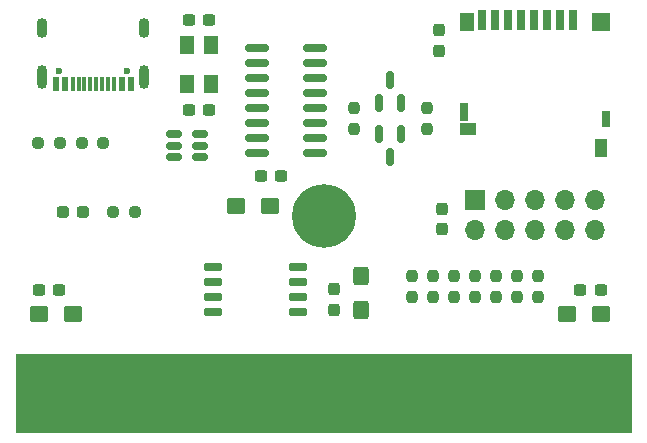
<source format=gbs>
%TF.GenerationSoftware,KiCad,Pcbnew,(6.0.7)*%
%TF.CreationDate,2023-03-31T21:15:27+02:00*%
%TF.ProjectId,airboy_cartridge,61697262-6f79-45f6-9361-727472696467,rev?*%
%TF.SameCoordinates,Original*%
%TF.FileFunction,Soldermask,Bot*%
%TF.FilePolarity,Negative*%
%FSLAX46Y46*%
G04 Gerber Fmt 4.6, Leading zero omitted, Abs format (unit mm)*
G04 Created by KiCad (PCBNEW (6.0.7)) date 2023-03-31 21:15:27*
%MOMM*%
%LPD*%
G01*
G04 APERTURE LIST*
G04 Aperture macros list*
%AMRoundRect*
0 Rectangle with rounded corners*
0 $1 Rounding radius*
0 $2 $3 $4 $5 $6 $7 $8 $9 X,Y pos of 4 corners*
0 Add a 4 corners polygon primitive as box body*
4,1,4,$2,$3,$4,$5,$6,$7,$8,$9,$2,$3,0*
0 Add four circle primitives for the rounded corners*
1,1,$1+$1,$2,$3*
1,1,$1+$1,$4,$5*
1,1,$1+$1,$6,$7*
1,1,$1+$1,$8,$9*
0 Add four rect primitives between the rounded corners*
20,1,$1+$1,$2,$3,$4,$5,0*
20,1,$1+$1,$4,$5,$6,$7,0*
20,1,$1+$1,$6,$7,$8,$9,0*
20,1,$1+$1,$8,$9,$2,$3,0*%
G04 Aperture macros list end*
%ADD10C,0.120000*%
%ADD11RoundRect,0.250000X0.425000X-0.537500X0.425000X0.537500X-0.425000X0.537500X-0.425000X-0.537500X0*%
%ADD12C,0.600000*%
%ADD13R,0.600000X1.160000*%
%ADD14R,0.300000X1.160000*%
%ADD15O,0.900000X1.700000*%
%ADD16O,0.900000X2.000000*%
%ADD17RoundRect,0.150000X-0.150000X0.587500X-0.150000X-0.587500X0.150000X-0.587500X0.150000X0.587500X0*%
%ADD18RoundRect,0.237500X0.300000X0.237500X-0.300000X0.237500X-0.300000X-0.237500X0.300000X-0.237500X0*%
%ADD19R,1.300000X1.600000*%
%ADD20RoundRect,0.237500X0.237500X-0.250000X0.237500X0.250000X-0.237500X0.250000X-0.237500X-0.250000X0*%
%ADD21RoundRect,0.237500X-0.250000X-0.237500X0.250000X-0.237500X0.250000X0.237500X-0.250000X0.237500X0*%
%ADD22RoundRect,0.237500X-0.300000X-0.237500X0.300000X-0.237500X0.300000X0.237500X-0.300000X0.237500X0*%
%ADD23RoundRect,0.150000X-0.650000X-0.150000X0.650000X-0.150000X0.650000X0.150000X-0.650000X0.150000X0*%
%ADD24RoundRect,0.250000X0.537500X0.425000X-0.537500X0.425000X-0.537500X-0.425000X0.537500X-0.425000X0*%
%ADD25R,1.700000X1.700000*%
%ADD26O,1.700000X1.700000*%
%ADD27R,0.700000X1.750000*%
%ADD28R,1.450000X1.000000*%
%ADD29R,1.000000X1.550000*%
%ADD30R,0.800000X1.500000*%
%ADD31R,1.300000X1.500000*%
%ADD32R,1.500000X1.500000*%
%ADD33R,0.800000X1.400000*%
%ADD34C,5.400000*%
%ADD35RoundRect,0.150000X-0.512500X-0.150000X0.512500X-0.150000X0.512500X0.150000X-0.512500X0.150000X0*%
%ADD36RoundRect,0.237500X0.237500X-0.300000X0.237500X0.300000X-0.237500X0.300000X-0.237500X-0.300000X0*%
%ADD37RoundRect,0.237500X0.250000X0.237500X-0.250000X0.237500X-0.250000X-0.237500X0.250000X-0.237500X0*%
%ADD38RoundRect,0.150000X-0.825000X-0.150000X0.825000X-0.150000X0.825000X0.150000X-0.825000X0.150000X0*%
%ADD39RoundRect,0.250000X-0.537500X-0.425000X0.537500X-0.425000X0.537500X0.425000X-0.537500X0.425000X0*%
%ADD40RoundRect,0.237500X-0.237500X0.250000X-0.237500X-0.250000X0.237500X-0.250000X0.237500X0.250000X0*%
%ADD41RoundRect,0.150000X0.150000X-0.587500X0.150000X0.587500X-0.150000X0.587500X-0.150000X-0.587500X0*%
%ADD42RoundRect,0.237500X0.287500X0.237500X-0.287500X0.237500X-0.287500X-0.237500X0.287500X-0.237500X0*%
G04 APERTURE END LIST*
%TO.C,J4*%
G36*
X176035000Y-122275000D02*
G01*
X123965000Y-122275000D01*
X123965000Y-115661600D01*
X176035000Y-115661600D01*
X176035000Y-122275000D01*
G37*
D10*
X176035000Y-122275000D02*
X123965000Y-122275000D01*
X123965000Y-115661600D01*
X176035000Y-115661600D01*
X176035000Y-122275000D01*
%TD*%
D11*
%TO.C,C8*%
X153162000Y-111927500D03*
X153162000Y-109052500D03*
%TD*%
D12*
%TO.C,J1*%
X127610000Y-91775000D03*
X133390000Y-91775000D03*
D13*
X127300000Y-92835000D03*
X128100000Y-92835000D03*
D14*
X129250000Y-92835000D03*
X130250000Y-92835000D03*
X130750000Y-92835000D03*
X131750000Y-92835000D03*
D13*
X132900000Y-92835000D03*
X133700000Y-92835000D03*
X133700000Y-92835000D03*
X132900000Y-92835000D03*
D14*
X132250000Y-92835000D03*
X131250000Y-92835000D03*
X129750000Y-92835000D03*
X128750000Y-92835000D03*
D13*
X128100000Y-92835000D03*
X127300000Y-92835000D03*
D15*
X126180000Y-88085000D03*
D16*
X126180000Y-92255000D03*
D15*
X134820000Y-88085000D03*
D16*
X134820000Y-92255000D03*
%TD*%
D17*
%TO.C,Q1*%
X154686000Y-97106500D03*
X156586000Y-97106500D03*
X155636000Y-98981500D03*
%TD*%
D18*
%TO.C,C2*%
X140308500Y-87376000D03*
X138583500Y-87376000D03*
%TD*%
D19*
%TO.C,Y1*%
X140446000Y-89536000D03*
X140446000Y-92836000D03*
X138446000Y-92836000D03*
X138446000Y-89536000D03*
%TD*%
D20*
%TO.C,R11*%
X168148000Y-110894500D03*
X168148000Y-109069500D03*
%TD*%
D21*
%TO.C,R9*%
X129516500Y-97790000D03*
X131341500Y-97790000D03*
%TD*%
D20*
%TO.C,R7*%
X157480000Y-110894500D03*
X157480000Y-109069500D03*
%TD*%
D22*
%TO.C,C1*%
X138583500Y-94996000D03*
X140308500Y-94996000D03*
%TD*%
D23*
%TO.C,U2*%
X140672000Y-112141000D03*
X140672000Y-110871000D03*
X140672000Y-109601000D03*
X140672000Y-108331000D03*
X147872000Y-108331000D03*
X147872000Y-109601000D03*
X147872000Y-110871000D03*
X147872000Y-112141000D03*
%TD*%
D24*
%TO.C,C3*%
X145455500Y-103124000D03*
X142580500Y-103124000D03*
%TD*%
D25*
%TO.C,J3*%
X162835000Y-102625000D03*
D26*
X162835000Y-105165000D03*
X165375000Y-102625000D03*
X165375000Y-105165000D03*
X167915000Y-102625000D03*
X167915000Y-105165000D03*
X170455000Y-102625000D03*
X170455000Y-105165000D03*
X172995000Y-102625000D03*
X172995000Y-105165000D03*
%TD*%
D20*
%TO.C,R3*%
X166370000Y-110894500D03*
X166370000Y-109069500D03*
%TD*%
D27*
%TO.C,J2*%
X171075000Y-87450000D03*
X169975000Y-87450000D03*
X168875000Y-87450000D03*
X167775000Y-87450000D03*
X166675000Y-87450000D03*
X165575000Y-87450000D03*
X164475000Y-87450000D03*
X163375000Y-87450000D03*
D28*
X162250000Y-96675000D03*
D29*
X173475000Y-98250000D03*
D30*
X161925000Y-95175000D03*
D31*
X162175000Y-87575000D03*
D32*
X173525000Y-87575000D03*
D33*
X173875000Y-95825000D03*
%TD*%
D20*
%TO.C,R6*%
X161036000Y-110894500D03*
X161036000Y-109069500D03*
%TD*%
D34*
%TO.C,H1*%
X150000000Y-104000000D03*
%TD*%
D22*
%TO.C,C9*%
X171730500Y-110236000D03*
X173455500Y-110236000D03*
%TD*%
D35*
%TO.C,U4*%
X137292500Y-98994000D03*
X137292500Y-98044000D03*
X137292500Y-97094000D03*
X139567500Y-97094000D03*
X139567500Y-98044000D03*
X139567500Y-98994000D03*
%TD*%
D18*
%TO.C,C10*%
X127608500Y-110236000D03*
X125883500Y-110236000D03*
%TD*%
D36*
%TO.C,C6*%
X160020000Y-105129500D03*
X160020000Y-103404500D03*
%TD*%
D37*
%TO.C,R10*%
X127658500Y-97790000D03*
X125833500Y-97790000D03*
%TD*%
D38*
%TO.C,U1*%
X144337000Y-98679000D03*
X144337000Y-97409000D03*
X144337000Y-96139000D03*
X144337000Y-94869000D03*
X144337000Y-93599000D03*
X144337000Y-92329000D03*
X144337000Y-91059000D03*
X144337000Y-89789000D03*
X149287000Y-89789000D03*
X149287000Y-91059000D03*
X149287000Y-92329000D03*
X149287000Y-93599000D03*
X149287000Y-94869000D03*
X149287000Y-96139000D03*
X149287000Y-97409000D03*
X149287000Y-98679000D03*
%TD*%
D18*
%TO.C,C4*%
X146404500Y-100584000D03*
X144679500Y-100584000D03*
%TD*%
D24*
%TO.C,C12*%
X173471700Y-112268000D03*
X170596700Y-112268000D03*
%TD*%
D39*
%TO.C,C11*%
X125892700Y-112268000D03*
X128767700Y-112268000D03*
%TD*%
D20*
%TO.C,R8*%
X159258000Y-110894500D03*
X159258000Y-109069500D03*
%TD*%
D40*
%TO.C,R2*%
X158750000Y-94845500D03*
X158750000Y-96670500D03*
%TD*%
D41*
%TO.C,Q2*%
X156586000Y-94409500D03*
X154686000Y-94409500D03*
X155636000Y-92534500D03*
%TD*%
D37*
%TO.C,R12*%
X134008500Y-103632000D03*
X132183500Y-103632000D03*
%TD*%
D36*
%TO.C,C7*%
X150876000Y-111936700D03*
X150876000Y-110211700D03*
%TD*%
D40*
%TO.C,R1*%
X152588000Y-94845500D03*
X152588000Y-96670500D03*
%TD*%
D36*
%TO.C,C5*%
X159766000Y-90016500D03*
X159766000Y-88291500D03*
%TD*%
D20*
%TO.C,R4*%
X164592000Y-110894500D03*
X164592000Y-109069500D03*
%TD*%
D42*
%TO.C,D1*%
X129653000Y-103632000D03*
X127903000Y-103632000D03*
%TD*%
D20*
%TO.C,R5*%
X162814000Y-110894500D03*
X162814000Y-109069500D03*
%TD*%
M02*

</source>
